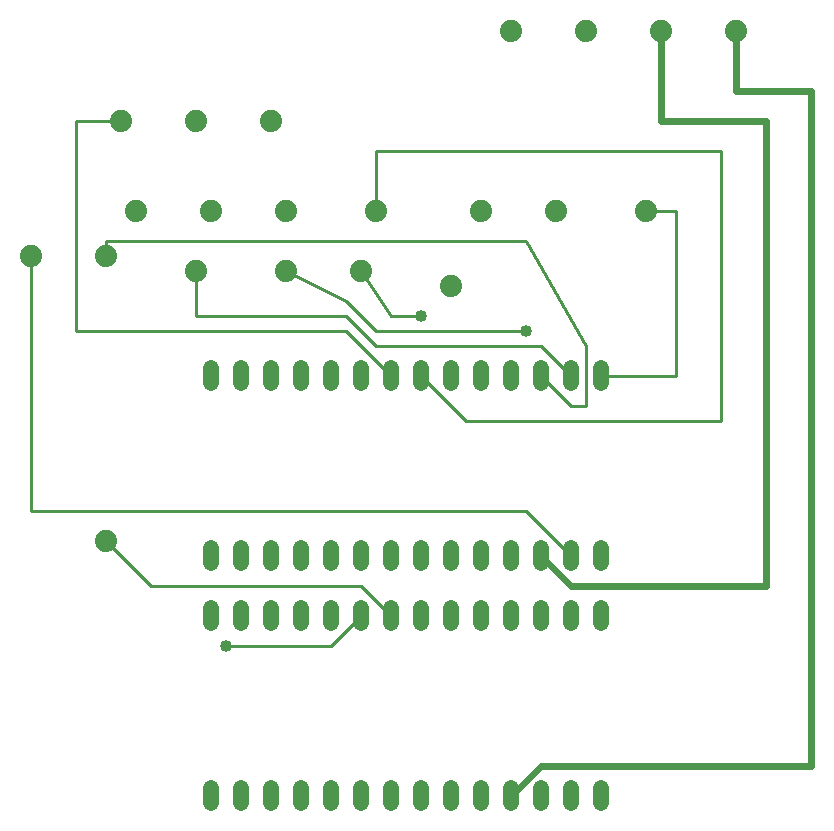
<source format=gbl>
G75*
G70*
%OFA0B0*%
%FSLAX24Y24*%
%IPPOS*%
%LPD*%
%AMOC8*
5,1,8,0,0,1.08239X$1,22.5*
%
%ADD10C,0.0520*%
%ADD11C,0.0740*%
%ADD12C,0.0100*%
%ADD13C,0.0400*%
%ADD14C,0.0240*%
D10*
X007100Y001840D02*
X007100Y002360D01*
X008100Y002360D02*
X008100Y001840D01*
X009100Y001840D02*
X009100Y002360D01*
X010100Y002360D02*
X010100Y001840D01*
X011100Y001840D02*
X011100Y002360D01*
X012100Y002360D02*
X012100Y001840D01*
X013100Y001840D02*
X013100Y002360D01*
X014100Y002360D02*
X014100Y001840D01*
X015100Y001840D02*
X015100Y002360D01*
X016100Y002360D02*
X016100Y001840D01*
X017100Y001840D02*
X017100Y002360D01*
X018100Y002360D02*
X018100Y001840D01*
X019100Y001840D02*
X019100Y002360D01*
X020100Y002360D02*
X020100Y001840D01*
X020100Y007840D02*
X020100Y008360D01*
X019100Y008360D02*
X019100Y007840D01*
X018100Y007840D02*
X018100Y008360D01*
X017100Y008360D02*
X017100Y007840D01*
X016100Y007840D02*
X016100Y008360D01*
X015100Y008360D02*
X015100Y007840D01*
X014100Y007840D02*
X014100Y008360D01*
X013100Y008360D02*
X013100Y007840D01*
X012100Y007840D02*
X012100Y008360D01*
X011100Y008360D02*
X011100Y007840D01*
X010100Y007840D02*
X010100Y008360D01*
X009100Y008360D02*
X009100Y007840D01*
X008100Y007840D02*
X008100Y008360D01*
X007100Y008360D02*
X007100Y007840D01*
X007100Y009840D02*
X007100Y010360D01*
X008100Y010360D02*
X008100Y009840D01*
X009100Y009840D02*
X009100Y010360D01*
X010100Y010360D02*
X010100Y009840D01*
X011100Y009840D02*
X011100Y010360D01*
X012100Y010360D02*
X012100Y009840D01*
X013100Y009840D02*
X013100Y010360D01*
X014100Y010360D02*
X014100Y009840D01*
X015100Y009840D02*
X015100Y010360D01*
X016100Y010360D02*
X016100Y009840D01*
X017100Y009840D02*
X017100Y010360D01*
X018100Y010360D02*
X018100Y009840D01*
X019100Y009840D02*
X019100Y010360D01*
X020100Y010360D02*
X020100Y009840D01*
X020100Y015840D02*
X020100Y016360D01*
X019100Y016360D02*
X019100Y015840D01*
X018100Y015840D02*
X018100Y016360D01*
X017100Y016360D02*
X017100Y015840D01*
X016100Y015840D02*
X016100Y016360D01*
X015100Y016360D02*
X015100Y015840D01*
X014100Y015840D02*
X014100Y016360D01*
X013100Y016360D02*
X013100Y015840D01*
X012100Y015840D02*
X012100Y016360D01*
X011100Y016360D02*
X011100Y015840D01*
X010100Y015840D02*
X010100Y016360D01*
X009100Y016360D02*
X009100Y015840D01*
X008100Y015840D02*
X008100Y016360D01*
X007100Y016360D02*
X007100Y015840D01*
D11*
X006600Y019600D03*
X007100Y021600D03*
X004600Y021600D03*
X003600Y020100D03*
X001100Y020100D03*
X004100Y024600D03*
X006600Y024600D03*
X009100Y024600D03*
X009600Y021600D03*
X009600Y019600D03*
X012100Y019600D03*
X012600Y021600D03*
X015100Y019100D03*
X016100Y021600D03*
X018600Y021600D03*
X021600Y021600D03*
X022100Y027600D03*
X024600Y027600D03*
X019600Y027600D03*
X017100Y027600D03*
X003600Y010600D03*
D12*
X005100Y009100D01*
X012100Y009100D01*
X013100Y008100D01*
X012100Y008100D02*
X011100Y007100D01*
X007600Y007100D01*
X001100Y011600D02*
X017600Y011600D01*
X019100Y010100D01*
X015600Y014600D02*
X024100Y014600D01*
X024100Y023600D01*
X012600Y023600D01*
X012600Y021600D01*
X012100Y019600D02*
X013100Y018100D01*
X014100Y018100D01*
X012600Y017600D02*
X017600Y017600D01*
X018100Y017100D02*
X019100Y016100D01*
X018100Y016100D02*
X019100Y015100D01*
X019600Y015100D01*
X019600Y017100D01*
X017600Y020600D01*
X003600Y020600D01*
X003600Y020100D01*
X002600Y017600D02*
X002600Y024600D01*
X004100Y024600D01*
X001100Y020100D02*
X001100Y011600D01*
X002600Y017600D02*
X011600Y017600D01*
X013100Y016100D01*
X012600Y017100D02*
X018100Y017100D01*
X020100Y016100D02*
X022600Y016100D01*
X022600Y021600D01*
X021600Y021600D01*
X015600Y014600D02*
X014100Y016100D01*
X012600Y017100D02*
X011600Y018100D01*
X006600Y018100D01*
X006600Y019600D01*
X009600Y019600D02*
X011600Y018600D01*
X012600Y017600D01*
D13*
X014100Y018100D03*
X017600Y017600D03*
X007600Y007100D03*
D14*
X017100Y002100D02*
X018100Y003100D01*
X027100Y003100D01*
X027100Y025600D01*
X024600Y025600D01*
X024600Y027600D01*
X022100Y027600D02*
X022100Y024600D01*
X025600Y024600D01*
X025600Y009100D01*
X019100Y009100D01*
X018100Y010100D01*
M02*

</source>
